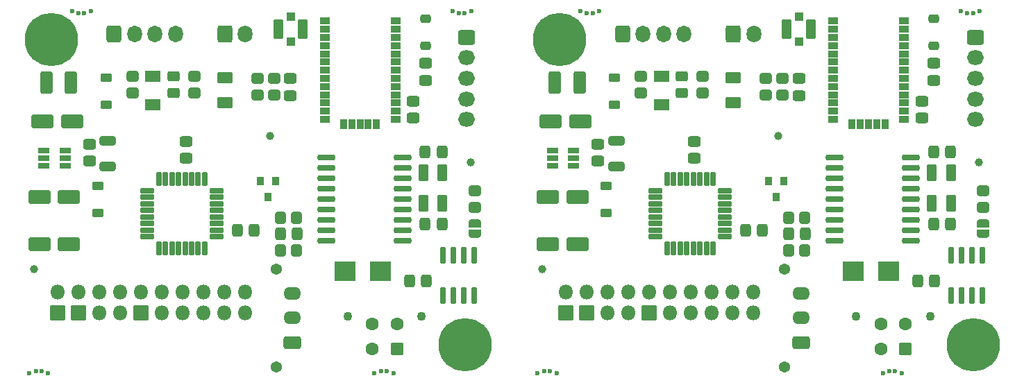
<source format=gbr>
%TF.GenerationSoftware,KiCad,Pcbnew,7.0.1-0*%
%TF.CreationDate,2023-04-11T20:51:41+02:00*%
%TF.ProjectId,SmartDisplay,536d6172-7444-4697-9370-6c61792e6b69,rev?*%
%TF.SameCoordinates,Original*%
%TF.FileFunction,Soldermask,Top*%
%TF.FilePolarity,Negative*%
%FSLAX46Y46*%
G04 Gerber Fmt 4.6, Leading zero omitted, Abs format (unit mm)*
G04 Created by KiCad (PCBNEW 7.0.1-0) date 2023-04-11 20:51:41*
%MOMM*%
%LPD*%
G01*
G04 APERTURE LIST*
G04 Aperture macros list*
%AMRoundRect*
0 Rectangle with rounded corners*
0 $1 Rounding radius*
0 $2 $3 $4 $5 $6 $7 $8 $9 X,Y pos of 4 corners*
0 Add a 4 corners polygon primitive as box body*
4,1,4,$2,$3,$4,$5,$6,$7,$8,$9,$2,$3,0*
0 Add four circle primitives for the rounded corners*
1,1,$1+$1,$2,$3*
1,1,$1+$1,$4,$5*
1,1,$1+$1,$6,$7*
1,1,$1+$1,$8,$9*
0 Add four rect primitives between the rounded corners*
20,1,$1+$1,$2,$3,$4,$5,0*
20,1,$1+$1,$4,$5,$6,$7,0*
20,1,$1+$1,$6,$7,$8,$9,0*
20,1,$1+$1,$8,$9,$2,$3,0*%
%AMFreePoly0*
4,1,35,0.535355,0.785355,0.550000,0.750000,0.550000,-0.750000,0.535355,-0.785355,0.500000,-0.800000,0.000000,-0.800000,-0.012286,-0.794911,-0.071157,-0.794911,-0.085244,-0.792886,-0.221795,-0.752791,-0.234740,-0.746879,-0.354462,-0.669938,-0.365217,-0.660618,-0.458414,-0.553063,-0.466109,-0.541091,-0.525228,-0.411637,-0.529237,-0.397982,-0.549491,-0.257116,-0.550000,-0.250000,-0.550000,0.250000,
-0.549491,0.257116,-0.529237,0.397982,-0.525228,0.411637,-0.466109,0.541091,-0.458414,0.553063,-0.365217,0.660618,-0.354462,0.669938,-0.234740,0.746879,-0.221795,0.752791,-0.085244,0.792886,-0.071157,0.794911,-0.012286,0.794911,0.000000,0.800000,0.500000,0.800000,0.535355,0.785355,0.535355,0.785355,$1*%
%AMFreePoly1*
4,1,35,0.012286,0.794911,0.071157,0.794911,0.085244,0.792886,0.221795,0.752791,0.234740,0.746879,0.354462,0.669938,0.365217,0.660618,0.458414,0.553063,0.466109,0.541091,0.525228,0.411637,0.529237,0.397982,0.549491,0.257116,0.550000,0.250000,0.550000,-0.250000,0.549491,-0.257116,0.529237,-0.397982,0.525228,-0.411637,0.466109,-0.541091,0.458414,-0.553063,0.365217,-0.660618,
0.354462,-0.669938,0.234740,-0.746879,0.221795,-0.752791,0.085244,-0.792886,0.071157,-0.794911,0.012286,-0.794911,0.000000,-0.800000,-0.500000,-0.800000,-0.535355,-0.785355,-0.550000,-0.750000,-0.550000,0.750000,-0.535355,0.785355,-0.500000,0.800000,0.000000,0.800000,0.012286,0.794911,0.012286,0.794911,$1*%
G04 Aperture macros list end*
%ADD10RoundRect,0.300000X0.475000X-0.337500X0.475000X0.337500X-0.475000X0.337500X-0.475000X-0.337500X0*%
%ADD11RoundRect,0.299999X0.450001X-0.350001X0.450001X0.350001X-0.450001X0.350001X-0.450001X-0.350001X0*%
%ADD12C,1.370000*%
%ADD13RoundRect,0.300000X0.760000X-0.500000X0.760000X0.500000X-0.760000X0.500000X-0.760000X-0.500000X0*%
%ADD14O,2.120000X1.600000*%
%ADD15RoundRect,0.299999X-0.450001X0.350001X-0.450001X-0.350001X0.450001X-0.350001X0.450001X0.350001X0*%
%ADD16FreePoly0,270.000000*%
%ADD17FreePoly1,270.000000*%
%ADD18RoundRect,0.200000X0.875000X0.150000X-0.875000X0.150000X-0.875000X-0.150000X0.875000X-0.150000X0*%
%ADD19C,0.900000*%
%ADD20C,6.500000*%
%ADD21RoundRect,0.300000X0.337500X0.475000X-0.337500X0.475000X-0.337500X-0.475000X0.337500X-0.475000X0*%
%ADD22RoundRect,0.300000X-1.050000X-0.550000X1.050000X-0.550000X1.050000X0.550000X-1.050000X0.550000X0*%
%ADD23RoundRect,0.299997X0.650003X-0.412503X0.650003X0.412503X-0.650003X0.412503X-0.650003X-0.412503X0*%
%ADD24C,0.600000*%
%ADD25RoundRect,0.300000X0.700000X-0.275000X0.700000X0.275000X-0.700000X0.275000X-0.700000X-0.275000X0*%
%ADD26RoundRect,0.050000X0.600000X-0.450000X0.600000X0.450000X-0.600000X0.450000X-0.600000X-0.450000X0*%
%ADD27RoundRect,0.300000X-0.337500X-0.475000X0.337500X-0.475000X0.337500X0.475000X-0.337500X0.475000X0*%
%ADD28C,1.000000*%
%ADD29RoundRect,0.050000X-0.400000X0.450000X-0.400000X-0.450000X0.400000X-0.450000X0.400000X0.450000X0*%
%ADD30RoundRect,0.275000X-0.375000X0.225000X-0.375000X-0.225000X0.375000X-0.225000X0.375000X0.225000X0*%
%ADD31RoundRect,0.200000X-0.150000X0.825000X-0.150000X-0.825000X0.150000X-0.825000X0.150000X0.825000X0*%
%ADD32RoundRect,0.299999X-0.350001X-0.450001X0.350001X-0.450001X0.350001X0.450001X-0.350001X0.450001X0*%
%ADD33RoundRect,0.050000X-0.610000X-0.325000X0.610000X-0.325000X0.610000X0.325000X-0.610000X0.325000X0*%
%ADD34RoundRect,0.299999X0.450001X-0.325001X0.450001X0.325001X-0.450001X0.325001X-0.450001X-0.325001X0*%
%ADD35RoundRect,0.300000X-0.600000X-0.725000X0.600000X-0.725000X0.600000X0.725000X-0.600000X0.725000X0*%
%ADD36O,1.800000X2.050000*%
%ADD37RoundRect,0.050000X-0.571500X-0.355600X0.571500X-0.355600X0.571500X0.355600X-0.571500X0.355600X0*%
%ADD38RoundRect,0.050000X0.355600X-0.571500X0.355600X0.571500X-0.355600X0.571500X-0.355600X-0.571500X0*%
%ADD39RoundRect,0.050000X0.850000X-0.850000X0.850000X0.850000X-0.850000X0.850000X-0.850000X-0.850000X0*%
%ADD40O,1.800000X1.800000*%
%ADD41RoundRect,0.050000X-0.500000X-0.500000X0.500000X-0.500000X0.500000X0.500000X-0.500000X0.500000X0*%
%ADD42RoundRect,0.050000X-0.525000X-1.100000X0.525000X-1.100000X0.525000X1.100000X-0.525000X1.100000X0*%
%ADD43RoundRect,0.050000X1.250000X1.150000X-1.250000X1.150000X-1.250000X-1.150000X1.250000X-1.150000X0*%
%ADD44RoundRect,0.050000X-0.600000X0.450000X-0.600000X-0.450000X0.600000X-0.450000X0.600000X0.450000X0*%
%ADD45RoundRect,0.300000X-0.462500X-1.075000X0.462500X-1.075000X0.462500X1.075000X-0.462500X1.075000X0*%
%ADD46RoundRect,0.050000X-0.800000X-0.275000X0.800000X-0.275000X0.800000X0.275000X-0.800000X0.275000X0*%
%ADD47RoundRect,0.050000X0.275000X-0.800000X0.275000X0.800000X-0.275000X0.800000X-0.275000X-0.800000X0*%
%ADD48RoundRect,0.050000X0.850000X-0.650000X0.850000X0.650000X-0.850000X0.650000X-0.850000X-0.650000X0*%
%ADD49RoundRect,0.300000X-0.725000X0.600000X-0.725000X-0.600000X0.725000X-0.600000X0.725000X0.600000X0*%
%ADD50O,2.050000X1.800000*%
%ADD51C,1.100000*%
%ADD52RoundRect,0.300000X0.500000X0.500000X-0.500000X0.500000X-0.500000X-0.500000X0.500000X-0.500000X0*%
%ADD53C,1.600000*%
%ADD54RoundRect,0.300000X-0.600000X-0.750000X0.600000X-0.750000X0.600000X0.750000X-0.600000X0.750000X0*%
%ADD55O,1.800000X2.100000*%
%ADD56RoundRect,0.050000X-0.550000X0.950000X-0.550000X-0.950000X0.550000X-0.950000X0.550000X0.950000X0*%
G04 APERTURE END LIST*
D10*
%TO.C,C30*%
X237000000Y-90495000D03*
X237000000Y-88420000D03*
%TD*%
D11*
%TO.C,R9*%
X244500000Y-101420000D03*
X244500000Y-99420000D03*
%TD*%
D12*
%TO.C,J16*%
X220290000Y-120920000D03*
X220290000Y-108920000D03*
D13*
X222250000Y-117920000D03*
D14*
X222250000Y-114920000D03*
X222250000Y-111920000D03*
%TD*%
D15*
%TO.C,R12*%
X218000000Y-85670000D03*
X218000000Y-87670000D03*
%TD*%
D16*
%TO.C,JP4*%
X244500000Y-103370000D03*
D17*
X244500000Y-104670000D03*
%TD*%
D18*
%TO.C,U8*%
X235650000Y-105480000D03*
X235650000Y-104210000D03*
X235650000Y-102940000D03*
X235650000Y-101670000D03*
X235650000Y-100400000D03*
X235650000Y-99130000D03*
X235650000Y-97860000D03*
X235650000Y-96590000D03*
X235650000Y-95320000D03*
X226350000Y-95320000D03*
X226350000Y-96590000D03*
X226350000Y-97860000D03*
X226350000Y-99130000D03*
X226350000Y-100400000D03*
X226350000Y-101670000D03*
X226350000Y-102940000D03*
X226350000Y-104210000D03*
X226350000Y-105480000D03*
%TD*%
D19*
%TO.C,H3*%
X190410000Y-80899000D03*
X191112944Y-79201944D03*
X191112944Y-82596056D03*
X192810000Y-78499000D03*
D20*
X192810000Y-80899000D03*
D19*
X192810000Y-83299000D03*
X194507056Y-79201944D03*
X194507056Y-82596056D03*
X195210000Y-80899000D03*
%TD*%
D21*
%TO.C,C23*%
X240500000Y-103420000D03*
X238425000Y-103420000D03*
%TD*%
D19*
%TO.C,H4*%
X245675056Y-118156056D03*
X244972112Y-119853112D03*
X244972112Y-116459000D03*
X243275056Y-120556056D03*
D20*
X243275056Y-118156056D03*
D19*
X243275056Y-115756056D03*
X241578000Y-119853112D03*
X241578000Y-116459000D03*
X240875056Y-118156056D03*
%TD*%
D22*
%TO.C,C29*%
X191400000Y-105920000D03*
X195000000Y-105920000D03*
%TD*%
D23*
%TO.C,C26*%
X214000000Y-88670000D03*
X214000000Y-85545000D03*
%TD*%
D24*
%TO.C,mouse-bite-1mm-slot3*%
X195350000Y-77470000D03*
X196150000Y-77720000D03*
X196850000Y-77720000D03*
X197650000Y-77470000D03*
%TD*%
D25*
%TO.C,L2*%
X199750000Y-96432500D03*
X199750000Y-93282500D03*
%TD*%
D26*
%TO.C,D12*%
X199500000Y-88920000D03*
X199500000Y-85620000D03*
%TD*%
D27*
%TO.C,C16*%
X220750000Y-104670000D03*
X222825000Y-104670000D03*
%TD*%
D11*
%TO.C,R14*%
X210250000Y-87420000D03*
X210250000Y-85420000D03*
%TD*%
D28*
%TO.C,FID4*%
X219500000Y-92670000D03*
%TD*%
D29*
%TO.C,D9*%
X220200000Y-98170000D03*
X218300000Y-98170000D03*
X219250000Y-100170000D03*
%TD*%
D10*
%TO.C,C24*%
X222000000Y-87745000D03*
X222000000Y-85670000D03*
%TD*%
D15*
%TO.C,R11*%
X220000000Y-85670000D03*
X220000000Y-87670000D03*
%TD*%
D30*
%TO.C,D7*%
X238500000Y-78420000D03*
X238500000Y-81720000D03*
%TD*%
D31*
%TO.C,U7*%
X244372000Y-107220000D03*
X243102000Y-107220000D03*
X241832000Y-107220000D03*
X240562000Y-107220000D03*
X240562000Y-112170000D03*
X241832000Y-112170000D03*
X243102000Y-112170000D03*
X244372000Y-112170000D03*
%TD*%
D32*
%TO.C,R10*%
X220750000Y-102670000D03*
X222750000Y-102670000D03*
%TD*%
D33*
%TO.C,U9*%
X191940000Y-94470000D03*
X191940000Y-95420000D03*
X191940000Y-96370000D03*
X194560000Y-96370000D03*
X194560000Y-95420000D03*
X194560000Y-94470000D03*
%TD*%
D34*
%TO.C,C25*%
X207750000Y-87470000D03*
X207750000Y-85420000D03*
%TD*%
D10*
%TO.C,C27*%
X238500000Y-85920000D03*
X238500000Y-83845000D03*
%TD*%
D35*
%TO.C,J12*%
X200500000Y-80264000D03*
D36*
X203000000Y-80264000D03*
X205500000Y-80264000D03*
X208000000Y-80264000D03*
%TD*%
D37*
%TO.C,U10*%
X234825000Y-90670001D03*
X234825000Y-89670000D03*
X234825000Y-88670000D03*
X234825000Y-87669999D03*
X234825000Y-86670001D03*
X234825000Y-85670001D03*
X234825000Y-84670000D03*
X234825000Y-83669999D03*
X234825000Y-82669999D03*
X234825000Y-81670001D03*
X234825000Y-80670000D03*
X234825000Y-79670000D03*
X234825000Y-78669999D03*
X226175000Y-78669999D03*
X226175000Y-79670000D03*
X226175000Y-80670000D03*
X226175000Y-81670001D03*
X226175000Y-82669999D03*
X226175000Y-83669999D03*
X226175000Y-84670000D03*
X226175000Y-85670001D03*
X226175000Y-86670001D03*
X226175000Y-87669999D03*
X226175000Y-88670000D03*
X226175000Y-89670000D03*
X226175000Y-90670001D03*
D38*
X228499999Y-91270002D03*
X229499999Y-91270002D03*
X230500000Y-91270002D03*
X231500001Y-91270002D03*
X232500001Y-91270002D03*
%TD*%
D24*
%TO.C,mouse-bite-1mm-slot2*%
X234550000Y-121670000D03*
X233750000Y-121420000D03*
X233050000Y-121420000D03*
X232250000Y-121670000D03*
%TD*%
%TO.C,mouse-bite-1mm-slot4*%
X241750000Y-77470000D03*
X242550000Y-77720000D03*
X243250000Y-77720000D03*
X244050000Y-77470000D03*
%TD*%
D28*
%TO.C,FID6*%
X244000000Y-95920000D03*
%TD*%
D39*
%TO.C,J11*%
X193572000Y-114300000D03*
D40*
X193572000Y-111760000D03*
%TD*%
D24*
%TO.C,mouse-bite-1mm-slot1*%
X192450000Y-121670000D03*
X191650000Y-121420000D03*
X190950000Y-121420000D03*
X190150000Y-121670000D03*
%TD*%
D22*
%TO.C,C28*%
X191400000Y-100170000D03*
X195000000Y-100170000D03*
%TD*%
D41*
%TO.C,X2*%
X222025000Y-81170000D03*
D42*
X220550000Y-79670000D03*
D41*
X222025000Y-78170000D03*
D42*
X223500000Y-79670000D03*
%TD*%
D43*
%TO.C,D8*%
X232942000Y-109220000D03*
X228642000Y-109220000D03*
%TD*%
D27*
%TO.C,C22*%
X238425000Y-94670000D03*
X240500000Y-94670000D03*
%TD*%
D44*
%TO.C,D11*%
X198500000Y-98770000D03*
X198500000Y-102070000D03*
%TD*%
D22*
%TO.C,C18*%
X191750000Y-90920000D03*
X195350000Y-90920000D03*
%TD*%
D28*
%TO.C,FID5*%
X190750000Y-108920000D03*
%TD*%
D45*
%TO.C,F2*%
X192275000Y-86170000D03*
X195250000Y-86170000D03*
%TD*%
D46*
%TO.C,U6*%
X204500000Y-99370000D03*
X204500000Y-100170000D03*
X204500000Y-100970000D03*
X204500000Y-101770000D03*
X204500000Y-102570000D03*
X204500000Y-103370000D03*
X204500000Y-104170000D03*
X204500000Y-104970000D03*
D47*
X205950000Y-106420000D03*
X206750000Y-106420000D03*
X207550000Y-106420000D03*
X208350000Y-106420000D03*
X209150000Y-106420000D03*
X209950000Y-106420000D03*
X210750000Y-106420000D03*
X211550000Y-106420000D03*
D46*
X213000000Y-104970000D03*
X213000000Y-104170000D03*
X213000000Y-103370000D03*
X213000000Y-102570000D03*
X213000000Y-101770000D03*
X213000000Y-100970000D03*
X213000000Y-100170000D03*
X213000000Y-99370000D03*
D47*
X211550000Y-97920000D03*
X210750000Y-97920000D03*
X209950000Y-97920000D03*
X209150000Y-97920000D03*
X208350000Y-97920000D03*
X207550000Y-97920000D03*
X206750000Y-97920000D03*
X205950000Y-97920000D03*
%TD*%
D39*
%TO.C,J15*%
X203732000Y-114300000D03*
D40*
X203732000Y-111760000D03*
X206272000Y-114300000D03*
X206272000Y-111760000D03*
X208812000Y-114300000D03*
X208812000Y-111760000D03*
X211352000Y-114300000D03*
X211352000Y-111760000D03*
X213892000Y-114300000D03*
X213892000Y-111760000D03*
X216432000Y-114300000D03*
X216432000Y-111760000D03*
%TD*%
D39*
%TO.C,J13*%
X196112000Y-114300000D03*
D40*
X196112000Y-111760000D03*
X198652000Y-114300000D03*
X198652000Y-111760000D03*
X201192000Y-114300000D03*
X201192000Y-111760000D03*
%TD*%
D48*
%TO.C,D10*%
X205250000Y-88920000D03*
X205250000Y-85420000D03*
%TD*%
D49*
%TO.C,J14*%
X243500000Y-80670000D03*
D50*
X243500000Y-83170000D03*
X243500000Y-85670000D03*
X243500000Y-88170000D03*
X243500000Y-90670000D03*
%TD*%
D51*
%TO.C,J9*%
X238000000Y-114730000D03*
X229000000Y-114730000D03*
D52*
X235000000Y-118670000D03*
D53*
X232000000Y-118670000D03*
X235000000Y-115670000D03*
X232000000Y-115670000D03*
%TD*%
D10*
%TO.C,C21*%
X209250000Y-95420000D03*
X209250000Y-93345000D03*
%TD*%
D54*
%TO.C,J10*%
X214000000Y-80264000D03*
D55*
X216500000Y-80264000D03*
%TD*%
D10*
%TO.C,C19*%
X197500000Y-95745000D03*
X197500000Y-93670000D03*
%TD*%
D32*
%TO.C,R15*%
X220750000Y-106670000D03*
X222750000Y-106670000D03*
%TD*%
D27*
%TO.C,C17*%
X215500000Y-104170000D03*
X217575000Y-104170000D03*
%TD*%
D11*
%TO.C,R13*%
X202750000Y-87420000D03*
X202750000Y-85420000D03*
%TD*%
D56*
%TO.C,Y3*%
X238250000Y-97220000D03*
X238250000Y-100920000D03*
X240550000Y-100920000D03*
X240550000Y-97220000D03*
%TD*%
D27*
%TO.C,C20*%
X236500000Y-110420000D03*
X238575000Y-110420000D03*
%TD*%
D10*
%TO.C,C12*%
X176500000Y-85920000D03*
X176500000Y-83845000D03*
%TD*%
D32*
%TO.C,R8*%
X158750000Y-106670000D03*
X160750000Y-106670000D03*
%TD*%
D19*
%TO.C,H1*%
X128410000Y-80899000D03*
X129112944Y-79201944D03*
X129112944Y-82596056D03*
X130810000Y-78499000D03*
D20*
X130810000Y-80899000D03*
D19*
X130810000Y-83299000D03*
X132507056Y-79201944D03*
X132507056Y-82596056D03*
X133210000Y-80899000D03*
%TD*%
D32*
%TO.C,R3*%
X158750000Y-102670000D03*
X160750000Y-102670000D03*
%TD*%
D34*
%TO.C,C10*%
X145750000Y-87470000D03*
X145750000Y-85420000D03*
%TD*%
D10*
%TO.C,C6*%
X147250000Y-95420000D03*
X147250000Y-93345000D03*
%TD*%
D15*
%TO.C,R5*%
X156000000Y-85670000D03*
X156000000Y-87670000D03*
%TD*%
D11*
%TO.C,R6*%
X140750000Y-87420000D03*
X140750000Y-85420000D03*
%TD*%
D48*
%TO.C,D4*%
X143250000Y-88920000D03*
X143250000Y-85420000D03*
%TD*%
D43*
%TO.C,D2*%
X170942000Y-109220000D03*
X166642000Y-109220000D03*
%TD*%
D56*
%TO.C,Y2*%
X176250000Y-97220000D03*
X176250000Y-100920000D03*
X178550000Y-100920000D03*
X178550000Y-97220000D03*
%TD*%
D21*
%TO.C,C8*%
X178500000Y-103420000D03*
X176425000Y-103420000D03*
%TD*%
D16*
%TO.C,JP2*%
X182500000Y-103370000D03*
D17*
X182500000Y-104670000D03*
%TD*%
D27*
%TO.C,C5*%
X174500000Y-110420000D03*
X176575000Y-110420000D03*
%TD*%
D31*
%TO.C,U2*%
X182372000Y-107220000D03*
X181102000Y-107220000D03*
X179832000Y-107220000D03*
X178562000Y-107220000D03*
X178562000Y-112170000D03*
X179832000Y-112170000D03*
X181102000Y-112170000D03*
X182372000Y-112170000D03*
%TD*%
D19*
%TO.C,H2*%
X183675056Y-118156056D03*
X182972112Y-119853112D03*
X182972112Y-116459000D03*
X181275056Y-120556056D03*
D20*
X181275056Y-118156056D03*
D19*
X181275056Y-115756056D03*
X179578000Y-119853112D03*
X179578000Y-116459000D03*
X178875056Y-118156056D03*
%TD*%
D11*
%TO.C,R2*%
X182500000Y-101420000D03*
X182500000Y-99420000D03*
%TD*%
D27*
%TO.C,C1*%
X158750000Y-104670000D03*
X160825000Y-104670000D03*
%TD*%
D39*
%TO.C,J5*%
X134112000Y-114300000D03*
D40*
X134112000Y-111760000D03*
X136652000Y-114300000D03*
X136652000Y-111760000D03*
X139192000Y-114300000D03*
X139192000Y-111760000D03*
%TD*%
D39*
%TO.C,J7*%
X141732000Y-114300000D03*
D40*
X141732000Y-111760000D03*
X144272000Y-114300000D03*
X144272000Y-111760000D03*
X146812000Y-114300000D03*
X146812000Y-111760000D03*
X149352000Y-114300000D03*
X149352000Y-111760000D03*
X151892000Y-114300000D03*
X151892000Y-111760000D03*
X154432000Y-114300000D03*
X154432000Y-111760000D03*
%TD*%
D39*
%TO.C,J3*%
X131572000Y-114300000D03*
D40*
X131572000Y-111760000D03*
%TD*%
D54*
%TO.C,J2*%
X152000000Y-80264000D03*
D55*
X154500000Y-80264000D03*
%TD*%
D46*
%TO.C,U1*%
X142500000Y-99370000D03*
X142500000Y-100170000D03*
X142500000Y-100970000D03*
X142500000Y-101770000D03*
X142500000Y-102570000D03*
X142500000Y-103370000D03*
X142500000Y-104170000D03*
X142500000Y-104970000D03*
D47*
X143950000Y-106420000D03*
X144750000Y-106420000D03*
X145550000Y-106420000D03*
X146350000Y-106420000D03*
X147150000Y-106420000D03*
X147950000Y-106420000D03*
X148750000Y-106420000D03*
X149550000Y-106420000D03*
D46*
X151000000Y-104970000D03*
X151000000Y-104170000D03*
X151000000Y-103370000D03*
X151000000Y-102570000D03*
X151000000Y-101770000D03*
X151000000Y-100970000D03*
X151000000Y-100170000D03*
X151000000Y-99370000D03*
D47*
X149550000Y-97920000D03*
X148750000Y-97920000D03*
X147950000Y-97920000D03*
X147150000Y-97920000D03*
X146350000Y-97920000D03*
X145550000Y-97920000D03*
X144750000Y-97920000D03*
X143950000Y-97920000D03*
%TD*%
D27*
%TO.C,C2*%
X153500000Y-104170000D03*
X155575000Y-104170000D03*
%TD*%
D18*
%TO.C,U3*%
X173650000Y-105480000D03*
X173650000Y-104210000D03*
X173650000Y-102940000D03*
X173650000Y-101670000D03*
X173650000Y-100400000D03*
X173650000Y-99130000D03*
X173650000Y-97860000D03*
X173650000Y-96590000D03*
X173650000Y-95320000D03*
X164350000Y-95320000D03*
X164350000Y-96590000D03*
X164350000Y-97860000D03*
X164350000Y-99130000D03*
X164350000Y-100400000D03*
X164350000Y-101670000D03*
X164350000Y-102940000D03*
X164350000Y-104210000D03*
X164350000Y-105480000D03*
%TD*%
D11*
%TO.C,R7*%
X148250000Y-87420000D03*
X148250000Y-85420000D03*
%TD*%
D45*
%TO.C,F1*%
X130275000Y-86170000D03*
X133250000Y-86170000D03*
%TD*%
D15*
%TO.C,R4*%
X158000000Y-85670000D03*
X158000000Y-87670000D03*
%TD*%
D28*
%TO.C,FID2*%
X128750000Y-108920000D03*
%TD*%
%TO.C,FID3*%
X182000000Y-95920000D03*
%TD*%
D22*
%TO.C,C3*%
X129750000Y-90920000D03*
X133350000Y-90920000D03*
%TD*%
D10*
%TO.C,C4*%
X135500000Y-95745000D03*
X135500000Y-93670000D03*
%TD*%
D22*
%TO.C,C13*%
X129400000Y-100170000D03*
X133000000Y-100170000D03*
%TD*%
%TO.C,C14*%
X129400000Y-105920000D03*
X133000000Y-105920000D03*
%TD*%
D49*
%TO.C,J6*%
X181500000Y-80670000D03*
D50*
X181500000Y-83170000D03*
X181500000Y-85670000D03*
X181500000Y-88170000D03*
X181500000Y-90670000D03*
%TD*%
D25*
%TO.C,L1*%
X137750000Y-96432500D03*
X137750000Y-93282500D03*
%TD*%
D51*
%TO.C,J1*%
X176000000Y-114730000D03*
X167000000Y-114730000D03*
D52*
X173000000Y-118670000D03*
D53*
X170000000Y-118670000D03*
X173000000Y-115670000D03*
X170000000Y-115670000D03*
%TD*%
D12*
%TO.C,J8*%
X158290000Y-120920000D03*
X158290000Y-108920000D03*
D13*
X160250000Y-117920000D03*
D14*
X160250000Y-114920000D03*
X160250000Y-111920000D03*
%TD*%
D27*
%TO.C,C7*%
X176425000Y-94670000D03*
X178500000Y-94670000D03*
%TD*%
D35*
%TO.C,J4*%
X138500000Y-80264000D03*
D36*
X141000000Y-80264000D03*
X143500000Y-80264000D03*
X146000000Y-80264000D03*
%TD*%
D23*
%TO.C,C11*%
X152000000Y-88670000D03*
X152000000Y-85545000D03*
%TD*%
D37*
%TO.C,U5*%
X172825000Y-90670001D03*
X172825000Y-89670000D03*
X172825000Y-88670000D03*
X172825000Y-87669999D03*
X172825000Y-86670001D03*
X172825000Y-85670001D03*
X172825000Y-84670000D03*
X172825000Y-83669999D03*
X172825000Y-82669999D03*
X172825000Y-81670001D03*
X172825000Y-80670000D03*
X172825000Y-79670000D03*
X172825000Y-78669999D03*
X164175000Y-78669999D03*
X164175000Y-79670000D03*
X164175000Y-80670000D03*
X164175000Y-81670001D03*
X164175000Y-82669999D03*
X164175000Y-83669999D03*
X164175000Y-84670000D03*
X164175000Y-85670001D03*
X164175000Y-86670001D03*
X164175000Y-87669999D03*
X164175000Y-88670000D03*
X164175000Y-89670000D03*
X164175000Y-90670001D03*
D38*
X166499999Y-91270002D03*
X167499999Y-91270002D03*
X168500000Y-91270002D03*
X169500001Y-91270002D03*
X170500001Y-91270002D03*
%TD*%
D10*
%TO.C,C9*%
X160000000Y-87745000D03*
X160000000Y-85670000D03*
%TD*%
D33*
%TO.C,U4*%
X129940000Y-94470000D03*
X129940000Y-95420000D03*
X129940000Y-96370000D03*
X132560000Y-96370000D03*
X132560000Y-95420000D03*
X132560000Y-94470000D03*
%TD*%
D10*
%TO.C,C15*%
X175000000Y-90495000D03*
X175000000Y-88420000D03*
%TD*%
D41*
%TO.C,X1*%
X160025000Y-81170000D03*
D42*
X158550000Y-79670000D03*
D41*
X160025000Y-78170000D03*
D42*
X161500000Y-79670000D03*
%TD*%
D28*
%TO.C,FID1*%
X157500000Y-92670000D03*
%TD*%
D29*
%TO.C,D3*%
X158200000Y-98170000D03*
X156300000Y-98170000D03*
X157250000Y-100170000D03*
%TD*%
D44*
%TO.C,D5*%
X136500000Y-98770000D03*
X136500000Y-102070000D03*
%TD*%
D26*
%TO.C,D6*%
X137500000Y-88920000D03*
X137500000Y-85620000D03*
%TD*%
D30*
%TO.C,D1*%
X176500000Y-78420000D03*
X176500000Y-81720000D03*
%TD*%
D24*
%TO.C,mouse-bite-1mm-slot*%
X172550000Y-121670000D03*
X171750000Y-121420000D03*
X171050000Y-121420000D03*
X170250000Y-121670000D03*
%TD*%
%TO.C,mouse-bite-1mm-slot*%
X133350000Y-77470000D03*
X134150000Y-77720000D03*
X134850000Y-77720000D03*
X135650000Y-77470000D03*
%TD*%
%TO.C,mouse-bite-1mm-slot*%
X179750000Y-77470000D03*
X180550000Y-77720000D03*
X181250000Y-77720000D03*
X182050000Y-77470000D03*
%TD*%
%TO.C,mouse-bite-1mm-slot*%
X130450000Y-121670000D03*
X129650000Y-121420000D03*
X128950000Y-121420000D03*
X128150000Y-121670000D03*
%TD*%
M02*

</source>
